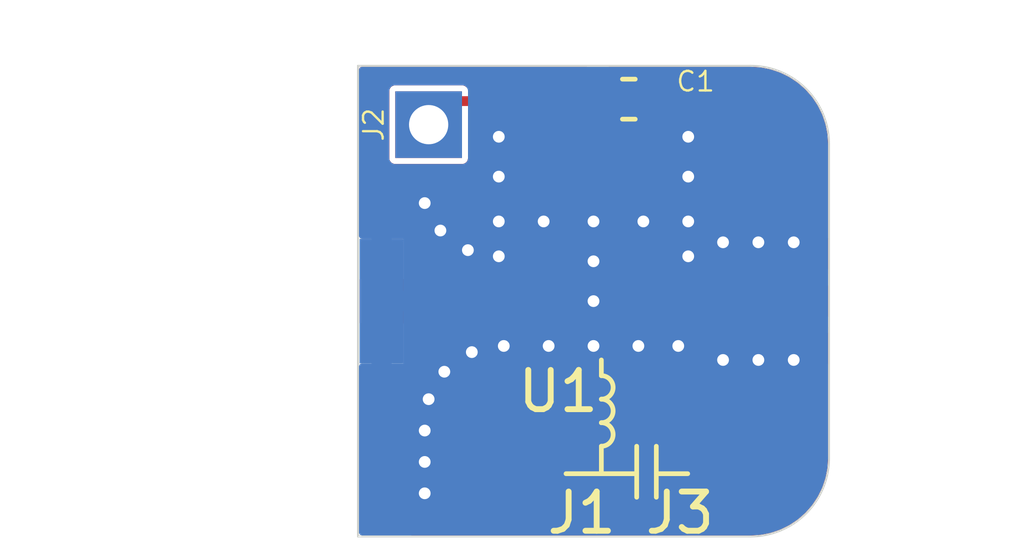
<source format=kicad_pcb>
(kicad_pcb (version 20221018) (generator pcbnew)
  (layers (0 "F.Cu" signal) (31 "B.Cu" signal) (34 "B.Paste" user) (35 "F.Paste" user) (36 "B.SilkS" user "B.Silkscreen") (37 "F.SilkS" user "F.Silkscreen") (38 "B.Mask" user) (39 "F.Mask" user) (44 "Edge.Cuts" user))
  (net 0 "")
  (net 1 "Net-(J1-Pad1)")
  (net 2 "Net-(J3-Pad1)")
  (net 3 "Net-(C1-Pad1)")
  (net 4 "Net-(C1-Pad2)")
  (footprint "my_rf:44mil_microstrip" (layer "F.Cu") (at -5.4 0)
    (fp_text reference "J1" (at 5.1 5.4) (layer "F.SilkS"))
    (fp_text value "Conn_Coaxial")
    (pad "1" smd rect (at 0 0) (size 1.1176 1.1176) (layers "F.Cu" "F.Mask") (net 1 "Net-(J1-Pad1)"))
    (pad "2" smd rect (at 0 0) (size 1.1176 3.175) (layers "B.Cu" "B.Mask") (net 4 "Net-(C1-Pad2)"))
  )
  (footprint "my_rf:cpw_31_trace_16p5_gap" (layer "F.Cu") (at 5.6 0)
    (fp_text reference "J3" (at -3.4 5.4) (layer "F.SilkS"))
    (fp_text value "Conn_Coaxial")
    (pad "1" smd rect (at 0 0) (size 0.7874 0.7874) (layers "F.Cu" "F.Mask") (net 2 "Net-(J3-Pad1)"))
    (pad "2" smd rect (at 0 -1.2065) (size 0.7874 0.7874) (layers "F.Cu") (net 4 "Net-(C1-Pad2)"))
    (pad "2" smd rect (at 0 1.2065) (size 0.7874 0.7874) (layers "F.Cu") (net 4 "Net-(C1-Pad2)"))
  )
  (footprint "my_rf:mini_circuits_gu1414" (layer "F.Cu") (at 0 -2.032)
    (fp_text reference "U1" (at -0.9 4.332) (layer "F.SilkS"))
    (fp_text value "bias_T")
    (pad "" smd rect (at -1.27 -1.6129) (size 0.7874 1.6764) (layers "F.Cu" "F.Paste"))
    (pad "1" smd custom (at -1.27 1.6129) (size 0.7874 1.6764) (layers "F.Cu") (net 1 "Net-(J1-Pad1)") (options (clearance outline) (anchor rect)) (primitives (gr_poly (pts (xy -0.3937 0.4572) (xy -1.0287 0.4572) (xy -1.0287 0.0508) (xy -0.3937 0.0508)) (width 0) (fill yes)) (gr_poly (pts (xy -1.0287 0.8128) (xy -1.524 0.8128) (xy -1.524 0.0508) (xy -1.0287 0.0508)) (width 0) (fill yes))))
    (pad "2" smd custom (at 1.27 1.6002) (size 0.7874 1.6764) (layers "F.Cu") (net 2 "Net-(J3-Pad1)") (options (clearance outline) (anchor rect)) (primitives (gr_poly (pts (xy 1.0287 0.4572) (xy 0.3937 0.4572) (xy 0.3937 0.0508) (xy 1.0287 0.0508)) (width 0) (fill yes)) (gr_poly (pts (xy 1.524 0.8128) (xy 1.0287 0.8128) (xy 1.0287 0.0508) (xy 1.524 0.0508)) (width 0) (fill yes))))
    (pad "3" smd rect (at 0.635 -1.6129) (size 2.0574 1.6764) (layers "F.Cu") (net 3 "Net-(C1-Pad1)"))
    (pad "4" thru_hole circle (at -2.413 -2.159) (size 0.6 0.6) (drill 0.3) (layers "*.Cu") (net 4 "Net-(C1-Pad2)"))
    (pad "4" thru_hole circle (at -2.413 -1.143) (size 0.6 0.6) (drill 0.3) (layers "*.Cu") (net 4 "Net-(C1-Pad2)"))
    (pad "4" thru_hole circle (at -2.413 0) (size 0.6 0.6) (drill 0.3) (layers "*.Cu") (net 4 "Net-(C1-Pad2)"))
    (pad "4" thru_hole circle (at -2.413 0.889) (size 0.6 0.6) (drill 0.3) (layers "*.Cu") (net 4 "Net-(C1-Pad2)"))
    (pad "4" thru_hole circle (at -2.286 3.175) (size 0.6 0.6) (drill 0.3) (layers "*.Cu") (net 4 "Net-(C1-Pad2)"))
    (pad "4" thru_hole circle (at -1.27 0) (size 0.6 0.6) (drill 0.3) (layers "*.Cu") (net 4 "Net-(C1-Pad2)"))
    (pad "4" thru_hole circle (at -1.143 3.175) (size 0.6 0.6) (drill 0.3) (layers "*.Cu") (net 4 "Net-(C1-Pad2)"))
    (pad "4" thru_hole circle (at 0 0) (size 0.6 0.6) (drill 0.3) (layers "*.Cu") (net 4 "Net-(C1-Pad2)"))
    (pad "4" smd custom (at 0 0) (size 4.0386 0.6858) (layers "F.Cu") (net 4 "Net-(C1-Pad2)") (options (clearance outline) (anchor rect)) (primitives (gr_poly (pts (xy 0.3429 3.175) (xy -0.3429 3.175) (xy -0.3429 0) (xy 0.3429 0)) (width 0) (fill yes)) (gr_poly (pts (xy 2.7051 1.2319) (xy 2.0193 1.2319) (xy 2.0193 -2.4511) (xy 2.7051 -2.4511)) (width 0) (fill yes)) (gr_poly (pts (xy 2.6289 2.8575) (xy 2.6289 3.5433) (xy -2.7051 3.5433) (xy -2.7051 2.8575)) (width 0) (fill yes)) (gr_poly (pts (xy -2.0193 1.2446) (xy -2.7051 1.2446) (xy -2.7051 -2.4511) (xy -2.0193 -2.4511)) (width 0) (fill yes))))
    (pad "4" thru_hole circle (at 0 1.016) (size 0.6 0.6) (drill 0.3) (layers "*.Cu") (net 4 "Net-(C1-Pad2)"))
    (pad "4" thru_hole circle (at 0 2.032) (size 0.6 0.6) (drill 0.3) (layers "*.Cu") (net 4 "Net-(C1-Pad2)"))
    (pad "4" thru_hole circle (at 0 3.175) (size 0.6 0.6) (drill 0.3) (layers "*.Cu") (net 4 "Net-(C1-Pad2)"))
    (pad "4" thru_hole circle (at 1.143 3.175) (size 0.6 0.6) (drill 0.3) (layers "*.Cu") (net 4 "Net-(C1-Pad2)"))
    (pad "4" thru_hole circle (at 1.27 0) (size 0.6 0.6) (drill 0.3) (layers "*.Cu") (net 4 "Net-(C1-Pad2)"))
    (pad "4" thru_hole circle (at 2.159 3.175) (size 0.6 0.6) (drill 0.3) (layers "*.Cu") (net 4 "Net-(C1-Pad2)"))
    (pad "4" thru_hole circle (at 2.413 -2.159) (size 0.6 0.6) (drill 0.3) (layers "*.Cu") (net 4 "Net-(C1-Pad2)"))
    (pad "4" thru_hole circle (at 2.413 -1.143) (size 0.6 0.6) (drill 0.3) (layers "*.Cu") (net 4 "Net-(C1-Pad2)"))
    (pad "4" thru_hole circle (at 2.413 0) (size 0.6 0.6) (drill 0.3) (layers "*.Cu") (net 4 "Net-(C1-Pad2)"))
    (pad "4" thru_hole circle (at 2.413 0.889) (size 0.6 0.6) (drill 0.3) (layers "*.Cu") (net 4 "Net-(C1-Pad2)"))
  )
  (footprint "Capacitor_SMD:C_0603_1608Metric" (layer "F.Cu") (at 0.9 -5.15)
    (fp_text reference "C1" (at 1.7 -0.45) (layer "F.SilkS") (effects (font (size 0.5 0.5) (thickness 0.06))))
    (fp_text value "CAP")
    (fp_line (start -0.162779 -0.51) (end 0.162779 -0.51) (stroke (width 0.12)) (layer "F.SilkS"))
    (fp_line (start -0.162779 0.51) (end 0.162779 0.51) (stroke (width 0.12)) (layer "F.SilkS"))
    (pad "1" smd roundrect (at -0.7875 0) (size 0.875 0.95) (layers "F.Cu" "F.Paste" "F.Mask") (net 3 "Net-(C1-Pad1)"))
    (pad "2" smd roundrect (at 0.7875 0) (size 0.875 0.95) (layers "F.Cu" "F.Paste" "F.Mask") (net 4 "Net-(C1-Pad2)"))
  )
  (footprint "microwave:uwT0.00_1.12_0.00_0.79_2.00" (layer "F.Cu") (at -4.75 0.01)
    (fp_text reference "uwT*****" hide)
    (fp_text value "uwT0.00_1.12_0.00_0.79_2.00")
    (pad "1" smd custom (at 0 0) (size 0.254 1.1176) (layers "F.Cu") (net 1 "Net-(J1-Pad1)") (options (clearance outline) (anchor rect)) (primitives (gr_poly (pts (xy 0 -0.5588) (xy 2 -0.3937) (xy 2 0.3937) (xy 0 0.5588)) (width 0) (fill yes))))
    (pad "1" smd rect (at 2 0) (size 0.001 0.001) (layers "F.Cu"))
  )
  (footprint "Connector_PinHeader_2.54mm:PinHeader_1x01_P2.54mm_Vertical" (layer "B.Cu") (at -4.2 -4.5)
    (fp_text reference "J2" (at -1.4 0 270) (layer "F.SilkS") (effects (font (size 0.5 0.5) (thickness 0.06))))
    (fp_text value "Conn_01x01_Male")
    (pad "1" thru_hole rect (at 0 0) (size 1.7 1.7) (drill 1) (layers "*.Cu" "*.Mask") (net 3 "Net-(C1-Pad1)") (clearance 0.1524))
  )
  (gr_line (start 0.2 1.9) (end 0.2 1.5) (stroke (width 0.12)) (layer "F.SilkS"))
  (gr_line (start 1.6 5) (end 1.6 3.7) (stroke (width 0.12)) (layer "F.SilkS"))
  (gr_line (start 1.6 4.4) (end 2.4 4.4) (stroke (width 0.12)) (layer "F.SilkS"))
  (gr_arc (start 0.2 2.5) (mid 0.5 2.8) (end 0.2 3.1) (stroke (width 0.12)) (layer "F.SilkS"))
  (gr_line (start 1.1 3.7) (end 1.1 5) (stroke (width 0.12)) (layer "F.SilkS"))
  (gr_arc (start 0.2 1.9) (mid 0.5 2.2) (end 0.2 2.5) (stroke (width 0.12)) (layer "F.SilkS"))
  (gr_line (start 0.2 4.4) (end 0.2 3.7) (stroke (width 0.12)) (layer "F.SilkS"))
  (gr_line (start -0.7 4.4) (end 1.1 4.4) (stroke (width 0.12)) (layer "F.SilkS"))
  (gr_arc (start 0.2 3.1) (mid 0.5 3.4) (end 0.2 3.7) (stroke (width 0.12)) (layer "F.SilkS"))
  (gr_line (start -6 6) (end -6 -6) (stroke (width 0.05)) (layer "Edge.Cuts"))
  (gr_line (start 4 6) (end -6 6) (stroke (width 0.05)) (layer "Edge.Cuts"))
  (gr_line (start -6 -6) (end 4 -6) (stroke (width 0.05)) (layer "Edge.Cuts"))
  (gr_arc (start 6 4) (mid 5.414214 5.414214) (end 4 6) (stroke (width 0.05)) (layer "Edge.Cuts"))
  (gr_arc (start 4 -6) (mid 5.414214 -5.414214) (end 6 -4) (stroke (width 0.05)) (layer "Edge.Cuts"))
  (gr_line (start 6 -4) (end 6 4) (stroke (width 0.05)) (layer "Edge.Cuts"))
  (segment (start -1.27 -3.6449) (end -1.27 -3.73) (width 0.7874) (layer "F.Cu") (net 0))
  (segment (start -1.27 -0.4191) (end -1.3309 -0.4191) (width 0.25) (layer "F.Cu") (net 1))
  (segment (start -5.35 -0.15) (end -5.35 -0.05) (width 0.25) (layer "F.Cu") (net 1))
  (segment (start -5.35 -0.05) (end -5.4 0) (width 0.25) (layer "F.Cu") (net 1))
  (segment (start -1.6 -0.15) (end -5.35 -0.15) (width 0.25) (layer "F.Cu") (net 1))
  (segment (start -1.3309 -0.4191) (end -1.6 -0.15) (width 0.25) (layer "F.Cu") (net 1))
  (segment (start -5.4 0) (end -4 0) (width 0.25) (layer "F.Cu") (net 1))
  (segment (start 1.5 -0.25) (end 2.5 -0.25) (width 0.25) (layer "F.Cu") (net 2))
  (segment (start 2.75 0) (end 5.25 0) (width 0.7874) (layer "F.Cu") (net 2))
  (segment (start 1.27 -0.4318) (end 1.3182 -0.4318) (width 0.25) (layer "F.Cu") (net 2))
  (segment (start 1.3182 -0.4318) (end 1.5 -0.25) (width 0.25) (layer "F.Cu") (net 2))
  (segment (start 2.5 -0.25) (end 2.75 0) (width 0.25) (layer "F.Cu") (net 2))
  (segment (start 0.635 -3.6449) (end 0.1449 -3.6449) (width 0.25) (layer "F.Cu") (net 3))
  (segment (start 0.1 -5.1) (end -3.7 -5.1) (width 0.25) (layer "F.Cu") (net 3))
  (segment (start 0.1449 -3.6449) (end 0.1 -3.6898) (width 0.25) (layer "F.Cu") (net 3))
  (segment (start 0.1 -4.006122) (end 0.1 -5.1) (width 0.25) (layer "F.Cu") (net 3))
  (segment (start 0.1 -3.6898) (end 0.1 -4.006122) (width 0.25) (layer "F.Cu") (net 3))
  (segment (start -3.6 -5.1) (end -4.2 -4.5) (width 0.25) (layer "F.Cu") (net 3))
  (segment (start -4.24602 1.461213) (end -4.362939 1.618859) (width 0.25) (layer "F.Cu") (net 4))
  (segment (start -4.114213 1.315786) (end -4.24602 1.461213) (width 0.25) (layer "F.Cu") (net 4))
  (segment (start -3.968786 1.183979) (end -4.114213 1.315786) (width 0.25) (layer "F.Cu") (net 4))
  (segment (start -3.81114 1.06706) (end -3.968786 1.183979) (width 0.25) (layer "F.Cu") (net 4))
  (segment (start -3.642793 0.966157) (end -3.81114 1.06706) (width 0.25) (layer "F.Cu") (net 4))
  (segment (start -3.465366 0.88224) (end -3.642793 0.966157) (width 0.25) (layer "F.Cu") (net 4))
  (segment (start -3.280569 0.816119) (end -3.465366 0.88224) (width 0.25) (layer "F.Cu") (net 4))
  (segment (start -3.09018 0.768429) (end -3.280569 0.816119) (width 0.25) (layer "F.Cu") (net 4))
  (segment (start -2.896034 0.73963) (end -3.09018 0.768429) (width 0.25) (layer "F.Cu") (net 4))
  (segment (start -4.7 2.73) (end -4.7 5.8) (width 0.25) (layer "F.Cu") (net 4))
  (segment (start -4.690369 2.533965) (end -4.7 2.73) (width 0.25) (layer "F.Cu") (net 4))
  (segment (start -4.66157 2.339819) (end -4.690369 2.533965) (width 0.25) (layer "F.Cu") (net 4))
  (segment (start -4.61388 2.14943) (end -4.66157 2.339819) (width 0.25) (layer "F.Cu") (net 4))
  (segment (start -4.547759 1.964633) (end -4.61388 2.14943) (width 0.25) (layer "F.Cu") (net 4))
  (segment (start -4.463842 1.787206) (end -4.547759 1.964633) (width 0.25) (layer "F.Cu") (net 4))
  (segment (start -4.362939 1.618859) (end -4.463842 1.787206) (width 0.25) (layer "F.Cu") (net 4))
  (segment (start -2.7 0.73) (end -2.896034 0.73963) (width 0.25) (layer "F.Cu") (net 4))
  (segment (start -2.4 -1.9) (end -2.4 -0.9) (width 0.25) (layer "F.Cu") (net 4))
  (segment (start -3.08018 -0.748429) (end -3.270569 -0.796119) (width 0.25) (layer "F.Cu") (net 4))
  (segment (start -3.958786 -1.163979) (end -4.104213 -1.295786) (width 0.25) (layer "F.Cu") (net 4))
  (segment (start -4.65157 -2.319819) (end -4.680369 -2.513965) (width 0.25) (layer "F.Cu") (net 4))
  (segment (start -2.7 -0.9) (end -2.4 -0.9) (width 0.25) (layer "F.Cu") (net 4))
  (segment (start -4.680369 -2.513965) (end -4.69 -2.71) (width 0.25) (layer "F.Cu") (net 4))
  (segment (start -2.268 -2.032) (end -2.4 -1.9) (width 0.25) (layer "F.Cu") (net 4))
  (segment (start -4.69 -2.71) (end -4.69 -2.91) (width 0.25) (layer "F.Cu") (net 4))
  (segment (start 0 1) (end -0.05 0.95) (width 0.25) (layer "F.Cu") (net 4))
  (segment (start -0.05 0.95) (end -0.38 0.95) (width 0.25) (layer "F.Cu") (net 4))
  (segment (start -3.455366 -0.86224) (end -3.632793 -0.946157) (width 0.25) (layer "F.Cu") (net 4))
  (segment (start -3.632793 -0.946157) (end -3.80114 -1.04706) (width 0.25) (layer "F.Cu") (net 4))
  (segment (start 0 -2.032) (end 0 1) (width 0.25) (layer "F.Cu") (net 4))
  (segment (start 0 -2.032) (end -2.268 -2.032) (width 0.25) (layer "F.Cu") (net 4))
  (segment (start -2.67 0.95) (end -0.38 0.95) (width 0.25) (layer "F.Cu") (net 4))
  (segment (start -4.104213 -1.295786) (end -4.23602 -1.441213) (width 0.25) (layer "F.Cu") (net 4))
  (segment (start -4.352939 -1.598859) (end -4.453842 -1.767206) (width 0.25) (layer "F.Cu") (net 4))
  (segment (start -3.270569 -0.796119) (end -3.455366 -0.86224) (width 0.25) (layer "F.Cu") (net 4))
  (segment (start -2.886034 -0.71963) (end -3.08018 -0.748429) (width 0.25) (layer "F.Cu") (net 4))
  (segment (start -4.7 -3.1) (end -5.69759 -3.1) (width 0.25) (layer "F.Cu") (net 4))
  (segment (start -4.23602 -1.441213) (end -4.352939 -1.598859) (width 0.25) (layer "F.Cu") (net 4))
  (segment (start -2.69 -0.71) (end -2.886034 -0.71963) (width 0.25) (layer "F.Cu") (net 4))
  (segment (start -3.80114 -1.04706) (end -3.958786 -1.163979) (width 0.25) (layer "F.Cu") (net 4))
  (segment (start -4.537759 -1.944633) (end -4.60388 -2.12943) (width 0.25) (layer "F.Cu") (net 4))
  (segment (start -4.453842 -1.767206) (end -4.537759 -1.944633) (width 0.25) (layer "F.Cu") (net 4))
  (segment (start -4.60388 -2.12943) (end -4.65157 -2.319819) (width 0.25) (layer "F.Cu") (net 4))
  (via (at -3.9 -1.8) (size 0.6) (drill 0.3) (layers "F.Cu" "B.Cu") (net 4))
  (via (at -4.3 -2.5) (size 0.6) (drill 0.3) (layers "F.Cu" "B.Cu") (net 4))
  (via (at 5.1 -1.5) (size 0.6) (drill 0.3) (layers "F.Cu" "B.Cu") (net 4))
  (via (at -3.1 1.3) (size 0.6) (drill 0.3) (layers "F.Cu" "B.Cu") (net 4))
  (via (at 5.1 1.5) (size 0.6) (drill 0.3) (layers "F.Cu" "B.Cu") (net 4))
  (via (at 3.3 -1.5) (size 0.6) (drill 0.3) (layers "F.Cu" "B.Cu") (net 4))
  (via (at -4.3 3.3) (size 0.6) (drill 0.3) (layers "F.Cu" "B.Cu") (net 4))
  (via (at -4.3 4.9) (size 0.6) (drill 0.3) (layers "F.Cu" "B.Cu") (net 4))
  (via (at -4.3 4.1) (size 0.6) (drill 0.3) (layers "F.Cu" "B.Cu") (net 4))
  (via (at -4.2 2.5) (size 0.6) (drill 0.3) (layers "F.Cu" "B.Cu") (net 4))
  (via (at 4.2 -1.5) (size 0.6) (drill 0.3) (layers "F.Cu" "B.Cu") (net 4))
  (via (at 3.3 1.5) (size 0.6) (drill 0.3) (layers "F.Cu" "B.Cu") (net 4))
  (via (at -3.2 -1.3) (size 0.6) (drill 0.3) (layers "F.Cu" "B.Cu") (net 4))
  (via (at 4.2 1.5) (size 0.6) (drill 0.3) (layers "F.Cu" "B.Cu") (net 4))
  (via (at -3.8 1.8) (size 0.6) (drill 0.3) (layers "F.Cu" "B.Cu") (net 4))
  (zone (net 4) (net_name "Net-(C1-Pad2)") (layer "F.Cu") (connect_pads yes (clearance 0)) (min_thickness 0.1524) (fill yes (thermal_gap 0) (thermal_bridge_width 0.254))
    (polygon (pts (xy 6 6) (xy -4.7 6) (xy -4.7 4.1) (xy -2.7998 0.7104) (xy 6.0002 0.6104) (xy 6 1)))
  )
  (zone (net 4) (net_name "Net-(C1-Pad2)") (layer "F.Cu") (connect_pads yes (clearance 0)) (min_thickness 0.1524) (fill yes (thermal_gap 0) (thermal_bridge_width 0.254))
    (polygon (pts (xy 6 -0.6) (xy -3 -0.6) (xy -4 -3) (xy -6 -3) (xy -6 -6) (xy 6 -6)))
  )
  (zone (net 4) (net_name "Net-(C1-Pad2)") (layer "F.Cu") (connect_pads yes (clearance 0.2032)) (min_thickness 0.1524) (fill yes (thermal_gap 0) (thermal_bridge_width 0.254))
    (polygon (pts (xy 6 6) (xy -4.6 6) (xy -4.71 2.31) (xy -4.1 1.25) (xy -2.91 0.61) (xy -1.26 0.63) (xy -1.33 -0.72) (xy -3.39195 -0.800075) (xy -4.28 -1.47) (xy -4.6 -2.3) (xy -4.7 -3.1) (xy -6 -3.1) (xy -6 -6) (xy 6 -6)))
  )
  (zone (net 0) (net_name "") (layer "F.Cu") (connect_pads yes (clearance 0)) (min_thickness 0.1524)
    (keepout (tracks allowed) (vias allowed) (pads allowed) (copperpour not_allowed) (footprints allowed))
    (fill (thermal_gap 0) (thermal_bridge_width 0.254))
    (polygon (pts (xy 2.3 0.6) (xy 1.7 0.6) (xy 1.7 0) (xy 2.3 0)))
  )
  (zone (net 4) (net_name "Net-(C1-Pad2)") (layer "B.Cu") (connect_pads (clearance 0)) (min_thickness 0.1524) (fill yes (thermal_gap 0) (thermal_bridge_width 0.508))
    (polygon (pts (xy 6 6) (xy -6 6) (xy -6 -6) (xy 6 -6)))
  )
)
</source>
